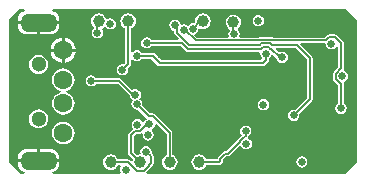
<source format=gbl>
G04 Layer_Physical_Order=4*
G04 Layer_Color=16711680*
%FSLAX25Y25*%
%MOIN*%
G70*
G01*
G75*
%ADD21C,0.03937*%
%ADD22C,0.00800*%
%ADD23C,0.00600*%
G04:AMPARAMS|DCode=29|XSize=59.06mil|YSize=118.11mil|CornerRadius=20.67mil|HoleSize=0mil|Usage=FLASHONLY|Rotation=270.000|XOffset=0mil|YOffset=0mil|HoleType=Round|Shape=RoundedRectangle|*
%AMROUNDEDRECTD29*
21,1,0.05906,0.07677,0,0,270.0*
21,1,0.01772,0.11811,0,0,270.0*
1,1,0.04134,-0.03839,-0.00886*
1,1,0.04134,-0.03839,0.00886*
1,1,0.04134,0.03839,0.00886*
1,1,0.04134,0.03839,-0.00886*
%
%ADD29ROUNDEDRECTD29*%
%ADD30C,0.06299*%
%ADD31C,0.05118*%
%ADD32C,0.02598*%
%ADD33C,0.02500*%
G36*
X117087Y55380D02*
Y7920D01*
X113280Y4113D01*
X46995D01*
X46810Y4613D01*
X48360Y6163D01*
X48559Y6461D01*
X48559Y6461D01*
X49049Y6951D01*
X49248Y7249D01*
X49318Y7600D01*
Y9900D01*
X49248Y10251D01*
X49049Y10549D01*
X48589Y11009D01*
X48686Y11500D01*
X48543Y12222D01*
X48134Y12834D01*
X47522Y13243D01*
X46800Y13386D01*
X46078Y13243D01*
X45466Y12834D01*
X45057Y12222D01*
X44914Y11500D01*
X44998Y11074D01*
X44964Y10969D01*
X44652Y10574D01*
X44629Y10563D01*
X44172Y10502D01*
X43794Y10346D01*
X42618Y11523D01*
Y16620D01*
X43430Y17432D01*
X44791D01*
X45142Y17502D01*
X45213Y17550D01*
X45663Y17249D01*
X45614Y17000D01*
X45757Y16278D01*
X46166Y15666D01*
X46778Y15257D01*
X47500Y15114D01*
X48222Y15257D01*
X48834Y15666D01*
X49243Y16278D01*
X49386Y17000D01*
X49243Y17722D01*
X48834Y18334D01*
X48752Y18389D01*
X48731Y18464D01*
X48786Y18967D01*
X49234Y19266D01*
X49643Y19878D01*
X49771Y20524D01*
X50013Y20662D01*
X50270Y20733D01*
X53767Y17235D01*
Y10400D01*
X53390Y10244D01*
X52853Y9832D01*
X52442Y9295D01*
X52183Y8670D01*
X52094Y8000D01*
X52183Y7329D01*
X52442Y6705D01*
X52853Y6168D01*
X53390Y5756D01*
X54014Y5498D01*
X54685Y5409D01*
X55356Y5498D01*
X55980Y5756D01*
X56517Y6168D01*
X56929Y6705D01*
X57187Y7329D01*
X57276Y8000D01*
X57187Y8670D01*
X56929Y9295D01*
X56517Y9832D01*
X55980Y10244D01*
X55603Y10400D01*
Y17615D01*
X55533Y17966D01*
X55334Y18264D01*
X49649Y23949D01*
X49351Y24148D01*
X49000Y24218D01*
X48080D01*
X45489Y26809D01*
X45586Y27300D01*
X45443Y28022D01*
X45034Y28634D01*
X44826Y28772D01*
X44534Y29166D01*
X44943Y29778D01*
X45086Y30500D01*
X44943Y31222D01*
X44534Y31834D01*
X43922Y32243D01*
X43200Y32386D01*
X42478Y32243D01*
X42224Y32073D01*
X38549Y35749D01*
X38251Y35948D01*
X37900Y36018D01*
X30212D01*
X29934Y36434D01*
X29322Y36843D01*
X28600Y36986D01*
X27878Y36843D01*
X27266Y36434D01*
X26857Y35822D01*
X26714Y35100D01*
X26857Y34378D01*
X27266Y33766D01*
X27878Y33357D01*
X28600Y33214D01*
X29322Y33357D01*
X29934Y33766D01*
X30212Y34182D01*
X37520D01*
X41341Y30361D01*
X41457Y29778D01*
X41866Y29166D01*
X42074Y29028D01*
X42366Y28634D01*
X41957Y28022D01*
X41814Y27300D01*
X41957Y26578D01*
X42366Y25966D01*
X42978Y25557D01*
X43700Y25414D01*
X44191Y25511D01*
X46937Y22766D01*
X46949Y22324D01*
X46896Y22154D01*
X46566Y21934D01*
X46157Y21322D01*
X46145Y21260D01*
X45710Y21227D01*
X45631Y21239D01*
X45234Y21834D01*
X44622Y22243D01*
X43900Y22386D01*
X43178Y22243D01*
X42566Y21834D01*
X42157Y21222D01*
X42014Y20500D01*
X42157Y19778D01*
X42566Y19166D01*
X42234Y18832D01*
X41051Y17649D01*
X40852Y17351D01*
X40782Y17000D01*
Y11142D01*
X40852Y10791D01*
X41051Y10494D01*
X42497Y9048D01*
X42340Y8670D01*
X42314Y8476D01*
X41787Y8297D01*
X41435Y8649D01*
X41137Y8848D01*
X40786Y8918D01*
X37400D01*
X37244Y9295D01*
X36832Y9832D01*
X36295Y10244D01*
X35671Y10502D01*
X35000Y10591D01*
X34330Y10502D01*
X33705Y10244D01*
X33168Y9832D01*
X32756Y9295D01*
X32498Y8670D01*
X32409Y8000D01*
X32498Y7329D01*
X32756Y6705D01*
X33168Y6168D01*
X33705Y5756D01*
X34330Y5498D01*
X35000Y5409D01*
X35671Y5498D01*
X36295Y5756D01*
X36832Y6168D01*
X37244Y6705D01*
X37400Y7082D01*
X38231D01*
X38498Y6582D01*
X38257Y6222D01*
X38114Y5500D01*
X38257Y4778D01*
X38368Y4613D01*
X38100Y4113D01*
X15686D01*
X15596Y4595D01*
X16342Y4904D01*
X16983Y5395D01*
X17474Y6036D01*
X17783Y6782D01*
X17889Y7583D01*
Y7969D01*
X10957D01*
X4025D01*
Y7583D01*
X4130Y6782D01*
X4439Y6036D01*
X4931Y5395D01*
X5571Y4904D01*
X6318Y4595D01*
X6228Y4113D01*
X4820D01*
X1013Y7920D01*
Y55580D01*
X4320Y58887D01*
X6228D01*
X6318Y58405D01*
X5571Y58096D01*
X4931Y57605D01*
X4439Y56964D01*
X4130Y56218D01*
X4025Y55417D01*
Y55031D01*
X10957D01*
X17889D01*
Y55417D01*
X17783Y56218D01*
X17474Y56964D01*
X16983Y57605D01*
X16342Y58096D01*
X15596Y58405D01*
X15686Y58887D01*
X113580D01*
X117087Y55380D01*
D02*
G37*
%LPC*%
G36*
X65700Y57591D02*
X65030Y57502D01*
X64405Y57244D01*
X63868Y56832D01*
X63456Y56295D01*
X63198Y55670D01*
X63109Y55000D01*
X63153Y54669D01*
X62780Y54311D01*
X62400Y54386D01*
X61678Y54243D01*
X61066Y53834D01*
X60799Y53434D01*
X60634D01*
X60022Y53843D01*
X59300Y53986D01*
X58741Y53875D01*
X58180Y54132D01*
X58143Y54322D01*
X57734Y54934D01*
X57122Y55343D01*
X56400Y55486D01*
X55678Y55343D01*
X55066Y54934D01*
X54657Y54322D01*
X54514Y53600D01*
X54657Y52878D01*
X55066Y52266D01*
X55678Y51857D01*
X56232Y51747D01*
Y51209D01*
X56302Y50858D01*
X56501Y50561D01*
X57780Y49281D01*
X57589Y48820D01*
X48544D01*
X48334Y49134D01*
X47722Y49543D01*
X47000Y49686D01*
X46278Y49543D01*
X45666Y49134D01*
X45257Y48522D01*
X45114Y47800D01*
X45257Y47078D01*
X45666Y46466D01*
X46278Y46057D01*
X47000Y45914D01*
X47722Y46057D01*
X48334Y46466D01*
X48544Y46780D01*
X58299D01*
X60000Y45079D01*
X60331Y44858D01*
X60721Y44780D01*
X84555D01*
X84872Y44394D01*
X84814Y44100D01*
X84957Y43378D01*
X85366Y42766D01*
X85377Y42662D01*
X84939Y42169D01*
X51720D01*
X49668Y44221D01*
X49338Y44442D01*
X48947Y44520D01*
X45244D01*
X45034Y44834D01*
X44422Y45243D01*
X43700Y45386D01*
X42978Y45243D01*
X42366Y44834D01*
X42260Y44675D01*
X41760Y44827D01*
Y52600D01*
X42138Y52756D01*
X42674Y53168D01*
X43086Y53705D01*
X43345Y54330D01*
X43433Y55000D01*
X43345Y55670D01*
X43086Y56295D01*
X42674Y56832D01*
X42138Y57244D01*
X41513Y57502D01*
X40843Y57591D01*
X40172Y57502D01*
X39547Y57244D01*
X39011Y56832D01*
X38599Y56295D01*
X38340Y55670D01*
X38252Y55000D01*
X38340Y54330D01*
X38599Y53705D01*
X39011Y53168D01*
X39547Y52756D01*
X39925Y52600D01*
Y41123D01*
X39391Y40589D01*
X38900Y40686D01*
X38178Y40543D01*
X37566Y40134D01*
X37157Y39522D01*
X37014Y38800D01*
X37157Y38078D01*
X37566Y37466D01*
X38178Y37057D01*
X38900Y36914D01*
X39622Y37057D01*
X40234Y37466D01*
X40643Y38078D01*
X40786Y38800D01*
X40689Y39291D01*
X41491Y40094D01*
X41690Y40391D01*
X41760Y40742D01*
Y42173D01*
X42260Y42325D01*
X42366Y42166D01*
X42978Y41757D01*
X43700Y41614D01*
X44422Y41757D01*
X45034Y42166D01*
X45244Y42480D01*
X48525D01*
X50577Y40429D01*
X50907Y40208D01*
X51298Y40130D01*
X85850D01*
X86240Y40208D01*
X86571Y40429D01*
X87421Y41279D01*
X87642Y41610D01*
X87720Y42000D01*
Y42556D01*
X88034Y42766D01*
X88443Y43378D01*
X88497Y43654D01*
X89040Y43818D01*
X90402Y42456D01*
X90457Y42178D01*
X90866Y41566D01*
X91478Y41157D01*
X92200Y41014D01*
X92922Y41157D01*
X93534Y41566D01*
X93943Y42178D01*
X94086Y42900D01*
X93943Y43622D01*
X93534Y44234D01*
X92922Y44643D01*
X92200Y44786D01*
X91478Y44643D01*
X91251Y44491D01*
X90022Y45720D01*
X90213Y46182D01*
X96620D01*
X100482Y42320D01*
Y29380D01*
X96491Y25389D01*
X96000Y25486D01*
X95278Y25343D01*
X94666Y24934D01*
X94257Y24322D01*
X94114Y23600D01*
X94257Y22878D01*
X94666Y22266D01*
X95278Y21857D01*
X96000Y21714D01*
X96722Y21857D01*
X97334Y22266D01*
X97743Y22878D01*
X97886Y23600D01*
X97789Y24091D01*
X102049Y28351D01*
X102248Y28649D01*
X102318Y29000D01*
Y42700D01*
X102248Y43051D01*
X102049Y43349D01*
X98227Y47170D01*
X98419Y47632D01*
X106230D01*
X106651Y47517D01*
X106782Y47157D01*
X106857Y46778D01*
X107266Y46166D01*
X107878Y45757D01*
X108600Y45614D01*
X109322Y45757D01*
X109934Y46166D01*
X110343Y46778D01*
X110382Y46978D01*
X110882Y46929D01*
Y39621D01*
X109401Y38139D01*
X109202Y37842D01*
X109132Y37491D01*
Y35709D01*
X109202Y35358D01*
X109401Y35061D01*
X110882Y33579D01*
Y27512D01*
X110466Y27234D01*
X110057Y26622D01*
X109914Y25900D01*
X110057Y25178D01*
X110466Y24566D01*
X111078Y24157D01*
X111800Y24014D01*
X112522Y24157D01*
X113134Y24566D01*
X113543Y25178D01*
X113686Y25900D01*
X113543Y26622D01*
X113134Y27234D01*
X112718Y27512D01*
Y33959D01*
X112648Y34311D01*
X112888Y34851D01*
X112922Y34857D01*
X113534Y35266D01*
X113943Y35878D01*
X114086Y36600D01*
X113943Y37322D01*
X113534Y37934D01*
X112922Y38343D01*
X112888Y38349D01*
X112648Y38889D01*
X112718Y39241D01*
Y47700D01*
X112648Y48051D01*
X112449Y48349D01*
X110499Y50299D01*
X110201Y50498D01*
X109850Y50568D01*
X107709D01*
X107358Y50498D01*
X107061Y50299D01*
X106229Y49468D01*
X89348D01*
X89316Y49499D01*
X89019Y49698D01*
X88668Y49768D01*
X84733D01*
X84381Y49698D01*
X84084Y49499D01*
X84052Y49468D01*
X78032D01*
X77796Y49909D01*
X77843Y49978D01*
X77986Y50700D01*
X77843Y51422D01*
X77434Y52034D01*
X77500Y52591D01*
X77732Y52768D01*
X78144Y53305D01*
X78402Y53930D01*
X78491Y54600D01*
X78402Y55270D01*
X78144Y55895D01*
X77732Y56432D01*
X77195Y56844D01*
X76570Y57102D01*
X75900Y57191D01*
X75230Y57102D01*
X74605Y56844D01*
X74068Y56432D01*
X73656Y55895D01*
X73398Y55270D01*
X73309Y54600D01*
X73398Y53930D01*
X73656Y53305D01*
X74068Y52768D01*
X74487Y52447D01*
X74607Y52270D01*
X74617Y51810D01*
X74357Y51422D01*
X74214Y50700D01*
X74357Y49978D01*
X74404Y49909D01*
X74168Y49468D01*
X63690D01*
X62895Y50262D01*
X63040Y50741D01*
X63122Y50757D01*
X63734Y51166D01*
X64143Y51778D01*
X64243Y52282D01*
X64678Y52582D01*
X64776Y52603D01*
X65030Y52498D01*
X65700Y52409D01*
X66370Y52498D01*
X66995Y52756D01*
X67532Y53168D01*
X67944Y53705D01*
X68202Y54330D01*
X68291Y55000D01*
X68202Y55670D01*
X67944Y56295D01*
X67532Y56832D01*
X66995Y57244D01*
X66370Y57502D01*
X65700Y57591D01*
D02*
G37*
G36*
X84200Y57086D02*
X83478Y56943D01*
X82866Y56534D01*
X82457Y55922D01*
X82314Y55200D01*
X82457Y54478D01*
X82866Y53866D01*
X83478Y53457D01*
X84200Y53314D01*
X84922Y53457D01*
X85534Y53866D01*
X85943Y54478D01*
X86086Y55200D01*
X85943Y55922D01*
X85534Y56534D01*
X84922Y56943D01*
X84200Y57086D01*
D02*
G37*
G36*
X31000Y57591D02*
X30329Y57502D01*
X29705Y57244D01*
X29168Y56832D01*
X28756Y56295D01*
X28498Y55670D01*
X28409Y55000D01*
X28498Y54330D01*
X28756Y53705D01*
X29168Y53168D01*
X29315Y53055D01*
X29299Y52556D01*
X29266Y52534D01*
X28857Y51922D01*
X28714Y51200D01*
X28857Y50478D01*
X29266Y49866D01*
X29878Y49457D01*
X30600Y49314D01*
X31322Y49457D01*
X31934Y49866D01*
X32343Y50478D01*
X32486Y51200D01*
X32343Y51922D01*
X32179Y52167D01*
X32295Y52756D01*
X32742Y53099D01*
X33059Y53120D01*
X33374Y53054D01*
X33566Y52766D01*
X34178Y52357D01*
X34900Y52214D01*
X35622Y52357D01*
X36234Y52766D01*
X36643Y53378D01*
X36786Y54100D01*
X36643Y54822D01*
X36234Y55434D01*
X35622Y55843D01*
X34900Y55986D01*
X34178Y55843D01*
X34000Y55723D01*
X33924Y55715D01*
X33398Y55923D01*
X33244Y56295D01*
X32832Y56832D01*
X32295Y57244D01*
X31670Y57502D01*
X31000Y57591D01*
D02*
G37*
G36*
X17889Y54031D02*
X11457D01*
Y50552D01*
X14795D01*
X15596Y50658D01*
X16342Y50967D01*
X16983Y51458D01*
X17474Y52099D01*
X17783Y52845D01*
X17889Y53646D01*
Y54031D01*
D02*
G37*
G36*
X10457D02*
X4025D01*
Y53646D01*
X4130Y52845D01*
X4439Y52099D01*
X4931Y51458D01*
X5571Y50967D01*
X6318Y50658D01*
X7118Y50552D01*
X10457D01*
Y54031D01*
D02*
G37*
G36*
X19724Y49399D02*
Y45780D01*
X23344D01*
X23267Y46363D01*
X22849Y47372D01*
X22184Y48239D01*
X21317Y48904D01*
X20308Y49322D01*
X19724Y49399D01*
D02*
G37*
G36*
X18724D02*
X18141Y49322D01*
X17132Y48904D01*
X16265Y48239D01*
X15600Y47372D01*
X15182Y46363D01*
X15105Y45780D01*
X18724D01*
Y49399D01*
D02*
G37*
G36*
X23344Y44780D02*
X19724D01*
Y41160D01*
X20308Y41237D01*
X21317Y41655D01*
X22184Y42320D01*
X22849Y43187D01*
X23267Y44196D01*
X23344Y44780D01*
D02*
G37*
G36*
X18724D02*
X15105D01*
X15182Y44196D01*
X15600Y43187D01*
X16265Y42320D01*
X17132Y41655D01*
X18141Y41237D01*
X18724Y41160D01*
Y44780D01*
D02*
G37*
G36*
X10957Y43741D02*
X10132Y43633D01*
X9364Y43315D01*
X8704Y42808D01*
X8197Y42148D01*
X7879Y41380D01*
X7770Y40555D01*
X7879Y39730D01*
X8197Y38962D01*
X8704Y38302D01*
X9364Y37796D01*
X10132Y37477D01*
X10957Y37369D01*
X11781Y37477D01*
X12550Y37796D01*
X13210Y38302D01*
X13716Y38962D01*
X14034Y39730D01*
X14143Y40555D01*
X14034Y41380D01*
X13716Y42148D01*
X13210Y42808D01*
X12550Y43315D01*
X11781Y43633D01*
X10957Y43741D01*
D02*
G37*
G36*
X85900Y29086D02*
X85178Y28943D01*
X84566Y28534D01*
X84157Y27922D01*
X84014Y27200D01*
X84157Y26478D01*
X84566Y25866D01*
X85178Y25457D01*
X85900Y25314D01*
X86622Y25457D01*
X87234Y25866D01*
X87643Y26478D01*
X87786Y27200D01*
X87643Y27922D01*
X87234Y28534D01*
X86622Y28943D01*
X85900Y29086D01*
D02*
G37*
G36*
X19224Y39219D02*
X18246Y39090D01*
X17333Y38712D01*
X16550Y38111D01*
X15949Y37328D01*
X15571Y36416D01*
X15442Y35437D01*
X15571Y34458D01*
X15949Y33546D01*
X16550Y32763D01*
X17333Y32162D01*
X18246Y31784D01*
X18487Y31752D01*
Y31248D01*
X18246Y31216D01*
X17333Y30838D01*
X16550Y30237D01*
X15949Y29454D01*
X15571Y28542D01*
X15442Y27563D01*
X15571Y26584D01*
X15949Y25672D01*
X16550Y24889D01*
X17333Y24288D01*
X18246Y23910D01*
X19224Y23781D01*
X20203Y23910D01*
X21115Y24288D01*
X21899Y24889D01*
X22500Y25672D01*
X22877Y26584D01*
X23006Y27563D01*
X22877Y28542D01*
X22500Y29454D01*
X21899Y30237D01*
X21115Y30838D01*
X20203Y31216D01*
X19962Y31248D01*
Y31752D01*
X20203Y31784D01*
X21115Y32162D01*
X21899Y32763D01*
X22500Y33546D01*
X22877Y34458D01*
X23006Y35437D01*
X22877Y36416D01*
X22500Y37328D01*
X21899Y38111D01*
X21115Y38712D01*
X20203Y39090D01*
X19224Y39219D01*
D02*
G37*
G36*
X10957Y25631D02*
X10132Y25523D01*
X9364Y25204D01*
X8704Y24698D01*
X8197Y24038D01*
X7879Y23270D01*
X7770Y22445D01*
X7879Y21620D01*
X8197Y20852D01*
X8704Y20192D01*
X9364Y19685D01*
X10132Y19367D01*
X10957Y19259D01*
X11781Y19367D01*
X12550Y19685D01*
X13210Y20192D01*
X13716Y20852D01*
X14034Y21620D01*
X14143Y22445D01*
X14034Y23270D01*
X13716Y24038D01*
X13210Y24698D01*
X12550Y25204D01*
X11781Y25523D01*
X10957Y25631D01*
D02*
G37*
G36*
X19224Y21502D02*
X18246Y21374D01*
X17333Y20996D01*
X16550Y20395D01*
X15949Y19611D01*
X15571Y18699D01*
X15442Y17720D01*
X15571Y16742D01*
X15949Y15830D01*
X16550Y15046D01*
X17333Y14445D01*
X18246Y14067D01*
X19224Y13938D01*
X20203Y14067D01*
X21115Y14445D01*
X21899Y15046D01*
X22500Y15830D01*
X22877Y16742D01*
X23006Y17720D01*
X22877Y18699D01*
X22500Y19611D01*
X21899Y20395D01*
X21115Y20996D01*
X20203Y21374D01*
X19224Y21502D01*
D02*
G37*
G36*
X80000Y20186D02*
X79278Y20043D01*
X78666Y19634D01*
X78257Y19022D01*
X78114Y18300D01*
X78257Y17578D01*
X78651Y16989D01*
X77401Y15739D01*
X77202Y15442D01*
X77167Y15265D01*
X73688Y11786D01*
X73182D01*
X72831Y11716D01*
X72533Y11517D01*
X70853Y9837D01*
X70654Y9539D01*
X70584Y9188D01*
Y8918D01*
X66928D01*
X66771Y9295D01*
X66359Y9832D01*
X65823Y10244D01*
X65198Y10502D01*
X64528Y10591D01*
X63857Y10502D01*
X63232Y10244D01*
X62696Y9832D01*
X62284Y9295D01*
X62025Y8670D01*
X61937Y8000D01*
X62025Y7329D01*
X62284Y6705D01*
X62696Y6168D01*
X63232Y5756D01*
X63857Y5498D01*
X64528Y5409D01*
X65198Y5498D01*
X65823Y5756D01*
X66359Y6168D01*
X66771Y6705D01*
X66928Y7082D01*
X71200D01*
X71551Y7152D01*
X71849Y7351D01*
X72150Y7653D01*
X72349Y7950D01*
X72419Y8302D01*
Y8808D01*
X73562Y9951D01*
X74068D01*
X74420Y10021D01*
X74717Y10220D01*
X77985Y13487D01*
X78548Y13343D01*
X78866Y12866D01*
X79478Y12457D01*
X80200Y12314D01*
X80922Y12457D01*
X81534Y12866D01*
X81943Y13478D01*
X82086Y14200D01*
X81943Y14922D01*
X81534Y15534D01*
X81032Y15869D01*
X80921Y15951D01*
X80849Y16443D01*
X80851Y16466D01*
X80892Y16671D01*
X81334Y16966D01*
X81743Y17578D01*
X81886Y18300D01*
X81743Y19022D01*
X81334Y19634D01*
X80722Y20043D01*
X80000Y20186D01*
D02*
G37*
G36*
X14795Y12448D02*
X11457D01*
Y8969D01*
X17889D01*
Y9354D01*
X17783Y10155D01*
X17474Y10901D01*
X16983Y11542D01*
X16342Y12033D01*
X15596Y12342D01*
X14795Y12448D01*
D02*
G37*
G36*
X10457D02*
X7118D01*
X6318Y12342D01*
X5571Y12033D01*
X4931Y11542D01*
X4439Y10901D01*
X4130Y10155D01*
X4025Y9354D01*
Y8969D01*
X10457D01*
Y12448D01*
D02*
G37*
G36*
X98700Y9886D02*
X97978Y9743D01*
X97366Y9334D01*
X96957Y8722D01*
X96814Y8000D01*
X96957Y7278D01*
X97366Y6666D01*
X97978Y6257D01*
X98700Y6114D01*
X99422Y6257D01*
X100034Y6666D01*
X100443Y7278D01*
X100586Y8000D01*
X100443Y8722D01*
X100034Y9334D01*
X99422Y9743D01*
X98700Y9886D01*
D02*
G37*
%LPD*%
D21*
X74370Y8000D02*
D03*
X75900Y54600D02*
D03*
X65700Y55000D02*
D03*
X50685D02*
D03*
X40843D02*
D03*
X31000D02*
D03*
X35000Y8000D02*
D03*
X44842D02*
D03*
X54685D02*
D03*
X64528D02*
D03*
D22*
X86700Y42000D02*
Y44100D01*
X85850Y41150D02*
X86700Y42000D01*
X51298Y41150D02*
X85850D01*
X48947Y43500D02*
X51298Y41150D01*
X88500Y45800D02*
X91400Y42900D01*
X60721Y45800D02*
X85218D01*
X88182D02*
X88500D01*
X87632Y46350D02*
X88182Y45800D01*
X85768Y46350D02*
X87632D01*
X85218Y45800D02*
X85768Y46350D01*
X86700Y43600D02*
Y44100D01*
X91400Y42900D02*
X92200D01*
X43700Y43500D02*
X48947D01*
X58721Y47800D02*
X60721Y45800D01*
X47000Y47800D02*
X58721D01*
D23*
X61260Y47100D02*
X84680D01*
X63310Y48550D02*
X84433D01*
X88721Y47100D02*
X97000D01*
X88968Y48550D02*
X106609D01*
X88668Y48850D02*
X88968Y48550D01*
X84733Y48850D02*
X88668D01*
X84433Y48550D02*
X84733Y48850D01*
X88170Y47650D02*
X88721Y47100D01*
X85229Y47650D02*
X88170D01*
X84680Y47100D02*
X85229Y47650D01*
X101400Y29000D02*
Y42700D01*
X97000Y47100D02*
X101400Y42700D01*
X96000Y23600D02*
X101400Y29000D01*
X110050Y35709D02*
X111800Y33959D01*
X110050Y37491D02*
X111800Y39241D01*
Y47700D01*
Y25900D02*
Y33959D01*
X109850Y49650D02*
X111800Y47700D01*
X107709Y49650D02*
X109850D01*
X110050Y35709D02*
Y37491D01*
X106609Y48550D02*
X107709Y49650D01*
X79550Y16350D02*
X80000Y16800D01*
X79309Y16350D02*
X79550D01*
X78050Y15090D02*
X79309Y16350D01*
X78050Y14850D02*
Y15090D01*
X74068Y10869D02*
X78050Y14850D01*
X73182Y10869D02*
X74068D01*
X71502Y9188D02*
X73182Y10869D01*
X71502Y8302D02*
Y9188D01*
X71200Y8000D02*
X71502Y8302D01*
X80000Y16800D02*
Y18300D01*
X64528Y8000D02*
X71200D01*
X46800Y11500D02*
X48400Y9900D01*
Y7600D02*
Y9900D01*
X47711Y6911D02*
X48400Y7600D01*
X47711Y6812D02*
Y6911D01*
X46031Y5131D02*
X47711Y6812D01*
X43654Y5131D02*
X46031D01*
X40786Y8000D02*
X43654Y5131D01*
X35000Y8000D02*
X40786D01*
X41700Y11142D02*
X44842Y8000D01*
X41700Y11142D02*
Y17000D01*
X43050Y18350D01*
X44791D01*
X47041Y20600D01*
X47900D01*
X54685Y8000D02*
Y17615D01*
X49000Y23300D02*
X54685Y17615D01*
X47700Y23300D02*
X49000D01*
X43700Y27300D02*
X47700Y23300D01*
X37900Y35100D02*
X43200Y29800D01*
X40843Y40742D02*
Y55000D01*
X38900Y38800D02*
X40843Y40742D01*
X30600Y54600D02*
X31000Y55000D01*
X30600Y51200D02*
Y54600D01*
X57150Y51209D02*
X61260Y47100D01*
X57150Y51209D02*
Y52850D01*
X56400Y53600D02*
X57150Y52850D01*
X59759Y52100D02*
X63310Y48550D01*
X59300Y52100D02*
X59759D01*
X62400Y52500D02*
X64900Y55000D01*
X65700D01*
X75900Y50900D02*
Y54600D01*
Y50900D02*
X76100Y50700D01*
X28600Y35100D02*
X37900D01*
D29*
X10957Y54532D02*
D03*
Y8468D02*
D03*
D30*
X19224Y17720D02*
D03*
Y27563D02*
D03*
Y35437D02*
D03*
Y45279D02*
D03*
D31*
X10957Y40555D02*
D03*
Y22445D02*
D03*
D32*
X61000Y34500D02*
D03*
X69949Y43449D02*
D03*
X70166Y25292D02*
D03*
X51992Y25252D02*
D03*
X51872Y43827D02*
D03*
D33*
X93900Y12200D02*
D03*
X88300Y56400D02*
D03*
X86700Y44100D02*
D03*
X87200Y30800D02*
D03*
X58500Y7000D02*
D03*
X40000Y5500D02*
D03*
X69700Y10800D02*
D03*
X47500Y17000D02*
D03*
X112200Y36600D02*
D03*
X85900Y27200D02*
D03*
X80000Y18300D02*
D03*
X108600Y47500D02*
D03*
X46800Y11500D02*
D03*
X43700Y27300D02*
D03*
X43200Y30500D02*
D03*
X43500Y48500D02*
D03*
X38900Y38800D02*
D03*
X30600Y51200D02*
D03*
X92200Y42900D02*
D03*
X43700Y43500D02*
D03*
X47000Y47800D02*
D03*
X111800Y25900D02*
D03*
X96000Y23600D02*
D03*
X56400Y53600D02*
D03*
X58500Y56000D02*
D03*
X59300Y52100D02*
D03*
X62400Y52500D02*
D03*
X76100Y50700D02*
D03*
X84200Y55200D02*
D03*
X111400Y7800D02*
D03*
X98700Y8000D02*
D03*
X80200Y14200D02*
D03*
X47900Y20600D02*
D03*
X43900Y20500D02*
D03*
X34900Y54100D02*
D03*
X38900Y10500D02*
D03*
X23900Y12800D02*
D03*
X23800Y9500D02*
D03*
X23700Y6300D02*
D03*
X40100Y29859D02*
D03*
X31900Y42600D02*
D03*
X32109Y31668D02*
D03*
X28600Y35100D02*
D03*
M02*

</source>
